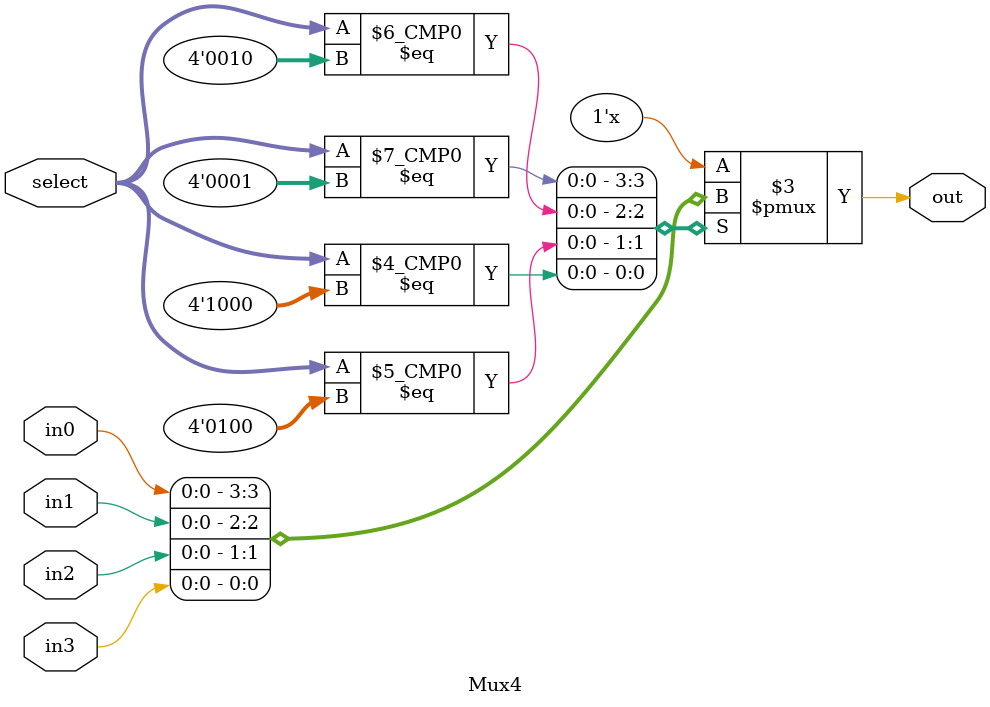
<source format=v>
module Mux4(in3, in2, in1, in0, select, out);
  parameter n = 1; // width

	input [n-1:0] in3, in2, in1, in0;
	input [3:0] select;
	output reg [n-1:0] out;

	// combinational always block for selecting input based on select
	always @(*) begin
		case (select)
			4'b0001: out = in0;
			4'b0010: out = in1;
			4'b0100: out = in2;
			4'b1000: out = in3;
			default: out = {n{1'bx}};
		endcase
	end
endmodule



</source>
